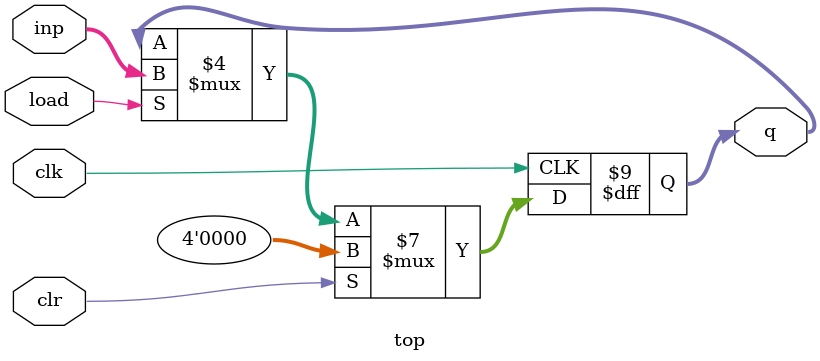
<source format=v>
`default_nettype none
module top(load, clk, clr, inp, q);
    input wire load, clr, clk;
    input [3:0] inp;
    output reg [3:0] q;

    always @(posedge clk)
    begin
        if(clr == 1)
            q <= 0;
        else if(load == 1)
            q <= inp;
    end
endmodule

</source>
